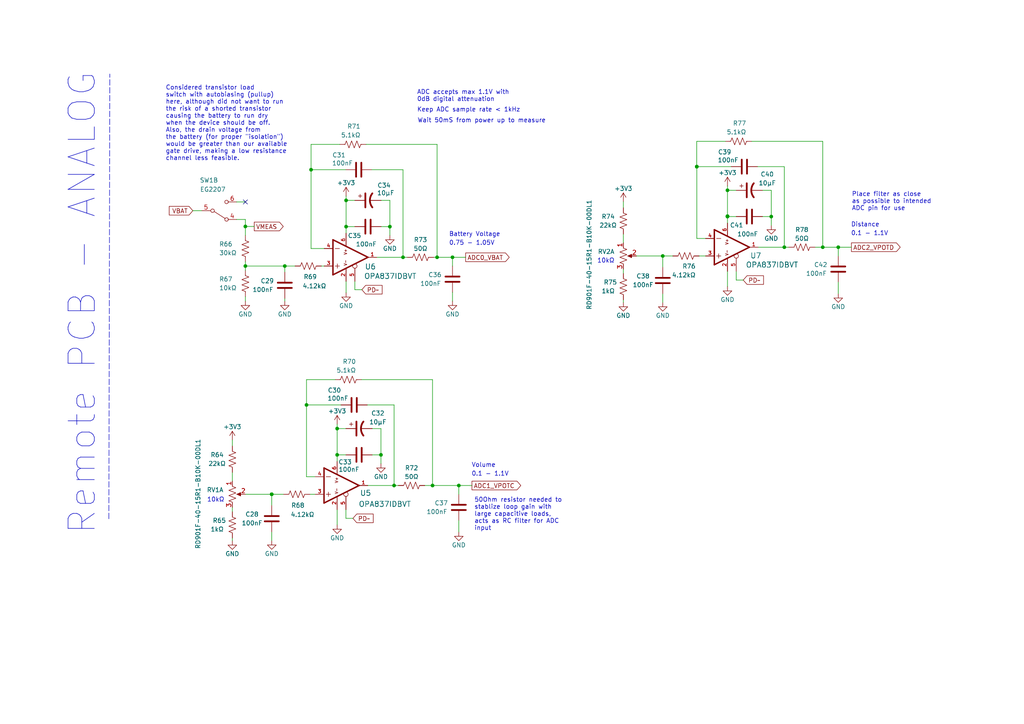
<source format=kicad_sch>
(kicad_sch (version 20211123) (generator eeschema)
  (paper "A4")
  (lib_symbols
    (symbol "Capstone Project:MFS201N−16−Z"
      (property "Reference" "U" (at -1.905 9.525 0))
      (property "Value" "MFS201N−16−Z" (at 0 7.62 0))
      (symbol "MFS201N−16−Z_1_0"
        (circle (center -3.175 0) (radius 0.508))
        (circle (center 0.889 -2.54) (radius 0.508))
      )
      (symbol "MFS201N−16−Z_1_1"
        (polyline (pts (xy -2.667 0.254) (xy 0.508 2.286)))
        (circle (center 0.889 2.54) (radius 0.508))
        (pin passive line (at 3.81 2.54 180) (length 2.54) (name "") (number "1"))
        (pin passive line (at -6.35 0 0) (length 2.54) (name "") (number "2"))
        (pin passive line (at 3.81 -2.54 180) (length 2.54) (name "") (number "3"))
      )
      (symbol "MFS201N−16−Z_2_0"
        (circle (center -3.175 0) (radius 0.508))
        (circle (center 0.889 -2.54) (radius 0.508))
      )
      (symbol "MFS201N−16−Z_2_1"
        (polyline (pts (xy -2.667 0.254) (xy 0.508 2.286)))
        (circle (center 0.889 2.54) (radius 0.508))
        (pin passive line (at 3.81 2.54 180) (length 2.54) (name "") (number "4"))
        (pin passive line (at -6.35 0 0) (length 2.54) (name "") (number "5"))
        (pin passive line (at 3.81 -2.54 180) (length 2.54) (name "") (number "6"))
      )
      (symbol "MFS201N−16−Z_3_1"
        (pin passive line (at -1.905 1.905 180) (length 2.54) (name "") (number "7"))
        (pin passive line (at -1.905 -0.635 180) (length 2.54) (name "") (number "8"))
      )
    )
    (symbol "Device:C" (pin_numbers hide) (pin_names (offset 0.254))
      (property "Reference" "C" (at 0.635 2.54 0))
      (property "Value" "C" (at 0.635 -2.54 0))
      (symbol "C_0_1"
        (polyline (pts (xy -2.032 -0.762) (xy 2.032 -0.762)) (stroke (width 0.508)))
        (polyline (pts (xy -2.032 0.762) (xy 2.032 0.762)) (stroke (width 0.508)))
      )
      (symbol "C_1_1"
        (pin passive line (at 0 3.81 270) (length 2.794) (name "~") (number "1"))
        (pin passive line (at 0 -3.81 90) (length 2.794) (name "~") (number "2"))
      )
    )
    (symbol "Device:C_Polarized_US" (pin_numbers hide) (pin_names (offset 0.254) hide)
      (property "Reference" "C" (at 0.635 2.54 0))
      (property "Value" "C_Polarized_US" (at 0.635 -2.54 0))
      (symbol "C_Polarized_US_0_1"
        (polyline (pts (xy -2.032 0.762) (xy 2.032 0.762)) (stroke (width 0.508)))
        (polyline (pts (xy -1.778 2.286) (xy -0.762 2.286)))
        (polyline (pts (xy -1.27 1.778) (xy -1.27 2.794)))
        (arc (start 2.032 -1.27) (mid 0 -0.5572) (end -2.032 -1.27) (stroke (width 0.508)))
      )
      (symbol "C_Polarized_US_1_1"
        (pin passive line (at 0 3.81 270) (length 2.794) (name "~") (number "1"))
        (pin passive line (at 0 -3.81 90) (length 3.302) (name "~") (number "2"))
      )
    )
    (symbol "Device:R_US" (pin_numbers hide) (pin_names (offset 0))
      (property "Reference" "R" (at 2.54 0 90))
      (property "Value" "R_US" (at -2.54 0 90))
      (symbol "R_US_0_1"
        (polyline (pts (xy 0 -2.286) (xy 0 -2.54)))
        (polyline (pts (xy 0 2.286) (xy 0 2.54)))
        (polyline (pts (xy 0 -0.762) (xy 1.016 -1.143) (xy 0 -1.524) (xy -1.016 -1.905) (xy 0 -2.286)))
        (polyline (pts (xy 0 0.762) (xy 1.016 0.381) (xy 0 0) (xy -1.016 -0.381) (xy 0 -0.762)))
        (polyline (pts (xy 0 2.286) (xy 1.016 1.905) (xy 0 1.524) (xy -1.016 1.143) (xy 0 0.762)))
      )
      (symbol "R_US_1_1"
        (pin passive line (at 0 3.81 270) (length 1.27) (name "~") (number "1"))
        (pin passive line (at 0 -3.81 90) (length 1.27) (name "~") (number "2"))
      )
    )
    (symbol "OPA837xDVT:OPA837IDBVT" (pin_names (offset 0.254))
      (property "Reference" "U" (at 28.575 -1.905 0))
      (property "Value" "OPA837IDBVT" (at 31.115 -4.445 0))
      (symbol "OPA837IDBVT_0_1"
        (pin unspecified line (at 22.225 -6.985 90) (length 3.81) (name "~") (number "5"))
      )
      (symbol "OPA837IDBVT_1_0"
        (polyline (pts (xy 15.875 -5.08) (xy 26.035 0)) (stroke (width 0.4064)) (fill (type background)))
        (polyline (pts (xy 15.875 5.08) (xy 15.875 -5.08)) (stroke (width 0.4064)) (fill (type background)))
        (polyline (pts (xy 16.51 -2.54) (xy 17.78 -2.54)) (stroke (width 0.1524)))
        (polyline (pts (xy 16.51 2.54) (xy 17.78 2.54)) (stroke (width 0.1524)))
        (polyline (pts (xy 17.145 -1.905) (xy 17.145 -3.175)) (stroke (width 0.1524)))
        (polyline (pts (xy 26.035 0) (xy 15.875 5.08)) (stroke (width 0.4064)) (fill (type background)))
        (text "V+" (at 19.05 0.635 900) (effects (font (size 0.8128 0.8128)) (justify left top)))
        (text "V-" (at 19.05 -2.54 900) (effects (font (size 0.8128 0.8128)) (justify left top)))
        (pin output line (at 28.575 0 180) (length 2.54) (name "~") (number "1"))
        (pin power_in line (at 19.685 -6.985 90) (length 3.81) (name "~") (number "2"))
        (pin input line (at 13.335 -2.54 0) (length 2.54) (name "~") (number "3"))
        (pin input line (at 13.335 2.54 0) (length 2.54) (name "~") (number "4"))
        (pin power_in line (at 19.685 6.985 270) (length 3.81) (name "~") (number "6"))
      )
      (symbol "OPA837IDBVT_1_1"
        (circle (center 22.225 -2.54) (radius 0.635))
      )
    )
    (symbol "R_Potentiometer_US_1" (pin_names (offset 1.016) hide)
      (property "Reference" "RV" (at -4.445 0 90))
      (property "Value" "R_Potentiometer_US_1" (at -2.54 0 90))
      (symbol "R_Potentiometer_US_1_1_1"
        (polyline (pts (xy 0 -2.286) (xy 0 -2.54)))
        (polyline (pts (xy 0 2.54) (xy 0 2.286)))
        (polyline (pts (xy 1.27 0) (xy 2.413 0.508) (xy 2.413 -0.508) (xy 1.27 0)) (fill (type outline)))
        (polyline (pts (xy 0 -0.762) (xy 1.016 -1.143) (xy 0 -1.524) (xy -1.016 -1.905) (xy 0 -2.286)))
        (polyline (pts (xy 0 0.762) (xy 1.016 0.381) (xy 0 0) (xy -1.016 -0.381) (xy 0 -0.762)))
        (polyline (pts (xy 0 2.286) (xy 1.016 1.905) (xy 0 1.524) (xy -1.016 1.143) (xy 0 0.762)))
        (pin passive line (at 0 3.81 270) (length 1.27) (name "1") (number "1"))
        (pin passive line (at 3.81 0 180) (length 1.27) (name "2") (number "2"))
        (pin passive line (at 0 -3.81 90) (length 1.27) (name "3") (number "3"))
      )
      (symbol "R_Potentiometer_US_1_2_1"
        (pin passive line (at 3.81 1.27 270) (length 2.54) (name "MH2") (number "MH1"))
        (pin passive line (at 1.27 1.27 270) (length 2.54) (name "MH1") (number "MH2"))
      )
    )
    (symbol "R_Potentiometer_US_2" (pin_names (offset 1.016) hide)
      (property "Reference" "RV" (at -4.445 0 90))
      (property "Value" "R_Potentiometer_US_2" (at -2.54 0 90))
      (symbol "R_Potentiometer_US_2_1_1"
        (polyline (pts (xy 0 -2.286) (xy 0 -2.54)))
        (polyline (pts (xy 0 2.54) (xy 0 2.286)))
        (polyline (pts (xy 1.27 0) (xy 2.413 0.508) (xy 2.413 -0.508) (xy 1.27 0)) (fill (type outline)))
        (polyline (pts (xy 0 -0.762) (xy 1.016 -1.143) (xy 0 -1.524) (xy -1.016 -1.905) (xy 0 -2.286)))
        (polyline (pts (xy 0 0.762) (xy 1.016 0.381) (xy 0 0) (xy -1.016 -0.381) (xy 0 -0.762)))
        (polyline (pts (xy 0 2.286) (xy 1.016 1.905) (xy 0 1.524) (xy -1.016 1.143) (xy 0 0.762)))
        (pin passive line (at 0 3.81 270) (length 1.27) (name "1") (number "1"))
        (pin passive line (at 3.81 0 180) (length 1.27) (name "2") (number "2"))
        (pin passive line (at 0 -3.81 90) (length 1.27) (name "3") (number "3"))
      )
      (symbol "R_Potentiometer_US_2_2_1"
        (pin passive line (at 3.81 1.27 270) (length 2.54) (name "MH2") (number "MH1"))
        (pin passive line (at 1.27 1.27 270) (length 2.54) (name "MH1") (number "MH2"))
      )
    )
    (symbol "power:+3V3" (power) (pin_names (offset 0))
      (property "Value" "+3V3" (at 0 3.556 0))
      (symbol "+3V3_0_1"
        (polyline (pts (xy -0.762 1.27) (xy 0 2.54)))
        (polyline (pts (xy 0 0) (xy 0 2.54)))
        (polyline (pts (xy 0 2.54) (xy 0.762 1.27)))
      )
      (symbol "+3V3_1_1"
        (pin power_in line (at 0 0 90) (length 0) hide (name "+3V3") (number "1"))
      )
    )
    (symbol "power:GND" (power) (pin_names (offset 0))
      (property "Value" "GND" (at 0 -3.81 0))
      (symbol "GND_0_1"
        (polyline (pts (xy 0 0) (xy 0 -1.27) (xy 1.27 -1.27) (xy 0 -2.54) (xy -1.27 -1.27) (xy 0 -1.27)))
      )
      (symbol "GND_1_1"
        (pin power_in line (at 0 0 270) (length 0) hide (name "GND") (number "1"))
      )
    )
  )
  (junction (at 202.1078 48.3362))
  (junction (at 100.3808 58.1152))
  (junction (at 133.0706 140.8176))
  (junction (at 210.9978 55.1942))
  (junction (at 238.633 71.7042))
  (junction (at 202.0824 48.3362))
  (junction (at 113.0808 65.7352))
  (junction (at 243.1288 71.7042))
  (junction (at 71.1708 65.6844))
  (junction (at 78.7908 143.3576))
  (junction (at 100.3808 65.7352))
  (junction (at 82.6008 77.1652))
  (junction (at 97.79 124.3076))
  (junction (at 110.49 131.9276))
  (junction (at 126.7714 74.6252))
  (junction (at 71.1708 77.1652))
  (junction (at 90.2208 49.2252))
  (junction (at 88.9 117.4496))
  (junction (at 114.3 140.8176))
  (junction (at 210.9978 62.8142))
  (junction (at 78.8162 143.3576))
  (junction (at 223.6978 62.8142))
  (junction (at 227.4824 71.7042))
  (junction (at 116.8908 74.6252))
  (junction (at 192.2272 74.2442))
  (junction (at 125.4506 140.8176))
  (junction (at 97.79 131.9276))
  (junction (at 210.9978 62.6872))
  (junction (at 131.2418 74.6252))
  (no_connect (at 71.1708 58.5724))
  (wire (pts (xy 219.8878 71.7042) (xy 227.4824 71.7042)))
  (wire (pts (xy 243.1288 71.7042) (xy 246.9388 71.7042)))
  (wire (pts (xy 213.5378 81.2292) (xy 215.5698 81.2292)))
  (wire (pts (xy 131.2418 74.6252) (xy 135.0518 74.6252)))
  (wire (pts (xy 202.0824 48.3362) (xy 202.1078 48.3362)))
  (wire (pts (xy 110.5408 65.7352) (xy 113.0808 65.7352)))
  (wire (pts (xy 71.1708 78.4352) (xy 71.1708 77.1652)))
  (wire (pts (xy 227.4824 48.3362) (xy 227.4824 71.7042)))
  (wire (pts (xy 202.1078 48.3362) (xy 212.09 48.3362)))
  (wire (pts (xy 67.3862 148.4376) (xy 67.3862 147.1676)))
  (wire (pts (xy 210.9978 62.8142) (xy 210.9978 64.7192)))
  (wire (pts (xy 221.1578 55.1942) (xy 223.6978 55.1942)))
  (wire (pts (xy 90.2208 49.2252) (xy 100.2284 49.2252)))
  (wire (pts (xy 202.0824 40.9956) (xy 202.0824 48.3362)))
  (wire (pts (xy 82.6008 87.3252) (xy 82.6008 86.5632)))
  (wire (pts (xy 236.3978 71.7042) (xy 238.633 71.7042)))
  (wire (pts (xy 100.33 124.3076) (xy 97.79 124.3076)))
  (wire (pts (xy 107.8484 49.2252) (xy 116.8908 49.2252)))
  (wire (pts (xy 67.3862 127.6096) (xy 67.3862 129.3876)))
  (wire (pts (xy 213.5378 62.8142) (xy 210.9978 62.8142)))
  (wire (pts (xy 67.3862 156.0576) (xy 67.3862 156.8196)))
  (wire (pts (xy 102.9208 65.7352) (xy 100.3808 65.7352)))
  (wire (pts (xy 97.79 147.8026) (xy 97.79 152.2222)))
  (wire (pts (xy 125.7808 74.6252) (xy 126.7714 74.6252)))
  (wire (pts (xy 223.6978 62.8142) (xy 223.6978 65.3542)))
  (wire (pts (xy 113.0808 65.7352) (xy 113.0808 68.2752)))
  (wire (pts (xy 227.4824 71.7042) (xy 228.7778 71.7042)))
  (wire (pts (xy 110.5408 58.1152) (xy 113.0808 58.1152)))
  (wire (pts (xy 100.3808 58.1152) (xy 100.3808 65.7352)))
  (wire (pts (xy 71.1962 143.3576) (xy 78.7908 143.3576)))
  (wire (pts (xy 78.7908 143.3576) (xy 78.8162 143.3576)))
  (wire (pts (xy 192.2272 74.2442) (xy 195.1482 74.2442)))
  (wire (pts (xy 71.1708 77.1652) (xy 82.6008 77.1652)))
  (wire (pts (xy 97.79 133.8326) (xy 97.79 131.9276)))
  (wire (pts (xy 88.9 138.2776) (xy 88.9 117.4496)))
  (wire (pts (xy 210.9978 55.1942) (xy 210.9978 62.6872)))
  (wire (pts (xy 238.633 40.9956) (xy 238.633 71.7042)))
  (wire (pts (xy 100.33 131.9276) (xy 97.79 131.9276)))
  (wire (pts (xy 180.7972 86.9442) (xy 180.7972 87.7062)))
  (polyline (pts (xy 31.5722 150.4696) (xy 31.8516 21.463)))
  (wire (pts (xy 78.8162 143.3576) (xy 82.2706 143.3576)))
  (wire (pts (xy 114.3 140.8176) (xy 106.68 140.8176)))
  (wire (pts (xy 210.9978 78.6892) (xy 210.9978 83.1088)))
  (wire (pts (xy 100.33 150.3426) (xy 100.33 147.8026)))
  (wire (pts (xy 218.0336 40.9956) (xy 238.633 40.9956)))
  (wire (pts (xy 133.0706 154.2796) (xy 133.0706 150.9776)))
  (wire (pts (xy 123.19 140.8176) (xy 125.4506 140.8176)))
  (wire (pts (xy 210.9978 62.6872) (xy 210.9978 62.8142)))
  (wire (pts (xy 106.172 41.8846) (xy 126.7714 41.8846)))
  (wire (pts (xy 97.79 124.3076) (xy 97.79 131.9276)))
  (wire (pts (xy 243.1288 85.1662) (xy 243.1288 81.8642)))
  (wire (pts (xy 100.3808 65.7352) (xy 100.3808 67.6402)))
  (wire (pts (xy 90.2208 41.8846) (xy 90.2208 49.2252)))
  (wire (pts (xy 82.6008 78.9432) (xy 82.6008 77.1652)))
  (wire (pts (xy 126.7714 41.8846) (xy 126.7714 74.6252)))
  (wire (pts (xy 110.49 124.3076) (xy 110.49 131.9276)))
  (wire (pts (xy 192.2272 85.1662) (xy 192.2272 87.7062)))
  (wire (pts (xy 73.7362 65.6844) (xy 71.1708 65.6844)))
  (wire (pts (xy 202.7682 74.2442) (xy 204.6478 74.2442)))
  (wire (pts (xy 125.4506 140.8176) (xy 133.0706 140.8176)))
  (wire (pts (xy 102.9208 81.6102) (xy 102.9208 84.0232)))
  (wire (pts (xy 100.3808 56.8452) (xy 100.3808 58.1152)))
  (wire (pts (xy 210.4136 40.9956) (xy 202.0824 40.9956)))
  (wire (pts (xy 71.1708 86.0552) (xy 71.1708 87.3252)))
  (wire (pts (xy 107.95 131.9276) (xy 110.49 131.9276)))
  (wire (pts (xy 110.49 131.9276) (xy 110.49 134.4676)))
  (wire (pts (xy 68.6308 63.6524) (xy 71.1708 63.6524)))
  (wire (pts (xy 180.7972 79.3242) (xy 180.7972 78.0542)))
  (wire (pts (xy 71.1708 65.6844) (xy 71.1708 68.2752)))
  (wire (pts (xy 93.218 77.1652) (xy 94.0308 77.1652)))
  (wire (pts (xy 243.1288 71.7042) (xy 243.1288 74.2442)))
  (wire (pts (xy 91.44 138.2776) (xy 88.9 138.2776)))
  (wire (pts (xy 133.0706 140.8176) (xy 133.0706 143.3576)))
  (wire (pts (xy 126.7714 74.6252) (xy 131.2418 74.6252)))
  (wire (pts (xy 55.9308 61.1124) (xy 58.4708 61.1124)))
  (wire (pts (xy 180.7972 58.4962) (xy 180.7972 60.2742)))
  (wire (pts (xy 221.1578 62.8142) (xy 223.6978 62.8142)))
  (wire (pts (xy 133.0706 140.8176) (xy 136.8806 140.8176)))
  (wire (pts (xy 67.3862 137.0076) (xy 67.3862 139.5476)))
  (wire (pts (xy 109.2708 74.6252) (xy 116.8908 74.6252)))
  (wire (pts (xy 204.6478 69.1642) (xy 202.1078 69.1642)))
  (wire (pts (xy 131.2418 87.3252) (xy 131.2418 84.7852)))
  (wire (pts (xy 210.9978 53.9242) (xy 210.9978 55.1942)))
  (wire (pts (xy 106.5276 117.4496) (xy 114.3 117.4496)))
  (wire (pts (xy 98.552 41.8846) (xy 90.2208 41.8846)))
  (wire (pts (xy 89.8906 143.3576) (xy 91.44 143.3576)))
  (wire (pts (xy 213.5378 55.1942) (xy 210.9978 55.1942)))
  (wire (pts (xy 94.0308 72.0852) (xy 90.2208 72.0852)))
  (wire (pts (xy 192.2272 74.2442) (xy 192.2272 77.5462)))
  (wire (pts (xy 100.3808 81.6102) (xy 100.3808 84.8868)))
  (wire (pts (xy 223.6978 55.1942) (xy 223.6978 62.8142)))
  (wire (pts (xy 102.9208 58.1152) (xy 100.3808 58.1152)))
  (wire (pts (xy 102.9208 84.0232) (xy 104.9528 84.0232)))
  (wire (pts (xy 116.8908 49.2252) (xy 116.8908 74.6252)))
  (wire (pts (xy 82.6008 77.1652) (xy 85.598 77.1652)))
  (wire (pts (xy 180.7972 67.8942) (xy 180.7972 70.4342)))
  (wire (pts (xy 88.9 110.109) (xy 88.9 117.4496)))
  (wire (pts (xy 97.79 123.0376) (xy 97.79 124.3076)))
  (wire (pts (xy 104.8512 110.109) (xy 125.4506 110.109)))
  (wire (pts (xy 88.9 117.4496) (xy 98.9076 117.4496)))
  (wire (pts (xy 78.8162 154.2542) (xy 78.8162 156.7942)))
  (wire (pts (xy 107.95 124.3076) (xy 110.49 124.3076)))
  (wire (pts (xy 90.2208 49.2252) (xy 90.2208 72.0852)))
  (wire (pts (xy 118.1608 74.6252) (xy 116.8908 74.6252)))
  (wire (pts (xy 71.1708 63.6524) (xy 71.1708 65.6844)))
  (wire (pts (xy 71.1708 58.5724) (xy 68.6308 58.5724)))
  (wire (pts (xy 184.6072 74.2442) (xy 192.2272 74.2442)))
  (wire (pts (xy 114.3 117.4496) (xy 114.3 140.8176)))
  (wire (pts (xy 238.633 71.7042) (xy 243.1288 71.7042)))
  (wire (pts (xy 115.57 140.8176) (xy 114.3 140.8176)))
  (wire (pts (xy 102.362 150.3426) (xy 100.33 150.3426)))
  (wire (pts (xy 131.2418 74.6252) (xy 131.2418 77.1652)))
  (wire (pts (xy 113.0808 58.1152) (xy 113.0808 65.7352)))
  (wire (pts (xy 97.2312 110.109) (xy 88.9 110.109)))
  (wire (pts (xy 78.8162 143.3576) (xy 78.8162 146.6342)))
  (wire (pts (xy 71.1708 75.8952) (xy 71.1708 77.1652)))
  (wire (pts (xy 213.5378 81.2292) (xy 213.5378 78.6892)))
  (wire (pts (xy 125.4506 110.109) (xy 125.4506 140.8176)))
  (wire (pts (xy 219.71 48.3362) (xy 227.4824 48.3362)))
  (wire (pts (xy 202.1078 69.1642) (xy 202.1078 48.3362)))
  (text "Wait 50mS from power up to measure\n" (at 121.0564 35.7886 0) (effects (font (size 1.27 1.27)) (justify left bottom)))
  (text "Distance" (at 246.8118 65.9892 0) (effects (font (size 1.27 1.27)) (justify left bottom)))
  (text "Remote PCB - ANALOG" (at 28.2956 155.4226 90) (effects (font (size 7.62 7.62)) (justify left bottom)))
  (text "Place filter as close\nas possible to intended \nADC pin for use" (at 247.0404 61.2648 0) (effects (font (size 1.27 1.27)) (justify left bottom)))
  (text "0.75 - 1.05V" (at 130.2258 71.3232 0) (effects (font (size 1.27 1.27)) (justify left bottom)))
  (text "Keep ADC sample rate < 1kHz" (at 120.9548 32.6644 0) (effects (font (size 1.27 1.27)) (justify left bottom)))
  (text "ADC accepts max 1.1V with\n0dB digital attenuation" (at 120.9294 29.6164 0) (effects (font (size 1.27 1.27)) (justify left bottom)))
  (text "Volume" (at 136.7536 135.7376 0) (effects (font (size 1.27 1.27)) (justify left bottom)))
  (text "50Ohm resistor needed to \nstablize loop gain with\nlarge capacitive loads,\nacts as RC filter for ADC\ninput" (at 137.5664 154.0256 0) (effects (font (size 1.27 1.27)) (justify left bottom)))
  (text "10kΩ" (at 173.1772 76.4794 0) (effects (font (size 1.27 1.27)) (justify left bottom)))
  (text "Battery Voltage" (at 130.2258 68.7832 0) (effects (font (size 1.27 1.27)) (justify left bottom)))
  (text "0.1 - 1.1V" (at 136.7536 138.2776 0) (effects (font (size 1.27 1.27)) (justify left bottom)))
  (text "0.1 - 1.1V" (at 246.8118 68.5292 0) (effects (font (size 1.27 1.27)) (justify left bottom)))
  (text "Considered transistor load\nswitch with autobiasing (pullup)\nhere, although did not want to run\nthe risk of a shorted transistor\ncausing the battery to run dry\nwhen the device should be off. \nAlso, the drain voltage from\nthe battery (for proper \"isolation\")\nwould be greater than our available\ngate drive, making a low resistance\nchannel less feasible." (at 48.0314 46.736 0) (effects (font (size 1.27 1.27)) (justify left bottom)))
  (text "10kΩ" (at 60.0202 145.796 0) (effects (font (size 1.27 1.27)) (justify left bottom)))
  (global_label "PD~" (shape input) (at 102.362 150.3426 0) (property "Intersheet References" "${INTERSHEET_REFS}" (effects hide)))
  (global_label "ADC2_VPOTD" (shape output) (at 246.9388 71.7042 0) (property "Intersheet References" "${INTERSHEET_REFS}" (effects hide)))
  (global_label "PD~" (shape input) (at 215.5698 81.2292 0) (property "Intersheet References" "${INTERSHEET_REFS}" (effects hide)))
  (global_label "VBAT" (shape input) (at 55.9308 61.1124 180) (property "Intersheet References" "${INTERSHEET_REFS}" (effects hide)))
  (global_label "VMEAS" (shape output) (at 73.7362 65.6844 0) (property "Intersheet References" "${INTERSHEET_REFS}" (effects hide)))
  (global_label "ADC1_VPOTC" (shape output) (at 136.8806 140.8176 0) (property "Intersheet References" "${INTERSHEET_REFS}" (effects hide)))
  (global_label "PD~" (shape input) (at 104.9528 84.0232 0) (property "Intersheet References" "${INTERSHEET_REFS}" (effects hide)))
  (global_label "ADC0_VBAT" (shape output) (at 135.0518 74.6252 0) (property "Intersheet References" "${INTERSHEET_REFS}" (effects hide)))
  (symbol (lib_id "power:GND") (at 78.8162 156.7942 0) (unit 1)
    (property "Reference" "#PWR092" (effects hide))
    (property "Value" "GND" (at 78.8162 160.6042 0))
  )
  (symbol (lib_id "power:GND") (at 243.1288 85.1662 0) (unit 1)
    (property "Reference" "#PWR0108" (effects hide))
    (property "Value" "GND" (at 243.1288 88.9762 0))
  )
  (symbol (lib_id "Device:C_Polarized_US") (at 106.7308 58.1152 90) (mirror x) (unit 1)
    (property "Reference" "C34" (at 111.4044 53.7718 90))
    (property "Value" "10µF" (at 111.8616 55.9562 90))
    (property "Footprint" "Custom:C_TANT_1608-10" (effects hide))
  )
  (symbol (lib_id "power:GND") (at 82.6008 87.3252 0) (unit 1)
    (property "Reference" "#PWR093" (effects hide))
    (property "Value" "GND" (at 82.6008 91.1352 0))
  )
  (symbol (lib_id "OPA837xDVT:OPA837IDBVT") (at 80.6958 74.6252 0) (unit 1) (in_bom no)
    (property "Reference" "U6" (at 107.442 77.343 0) (effects (font (size 1.524 1.524))))
    (property "Value" "OPA837IDBVT" (at 113.2078 80.0862 0) (effects (font (size 1.524 1.524))))
    (property "Footprint" "Custom:IC_SOT23-6" (effects hide))
    (property "Datasheet" "https://www.ti.com/lit/ds/symlink/opa837.pdf?ts=1709669876523&ref_url=https%253A%252F%252Fwww.google.com%252F" (effects hide))
  )
  (symbol (lib_id "Device:R_US") (at 67.3862 133.1976 0) (unit 1)
    (property "Reference" "R64" (at 61.0362 131.9276 0) (effects (justify left)))
    (property "Value" "22kΩ" (at 60.4012 134.4676 0) (effects (justify left)))
    (property "Footprint" "Resistor_SMD:R_0603_1608Metric" (effects hide))
  )
  (symbol (lib_id "Device:C") (at 243.1288 78.0542 180) (unit 1)
    (property "Reference" "C42" (at 238.0488 76.7842 0))
    (property "Value" "100nF" (at 236.7788 79.3242 0))
    (property "Footprint" "Capacitor_SMD:C_0603_1608Metric" (effects hide))
  )
  (symbol (lib_id "Device:R_US") (at 232.5878 71.7042 90) (unit 1)
    (property "Reference" "R78" (at 232.5878 66.6242 90))
    (property "Value" "50Ω" (at 232.5878 69.1642 90))
    (property "Footprint" "Resistor_SMD:R_0603_1608Metric" (effects hide))
  )
  (symbol (lib_id "Device:C_Polarized_US") (at 104.14 124.3076 90) (mirror x) (unit 1)
    (property "Reference" "C32" (at 109.601 119.8626 90))
    (property "Value" "10µF" (at 109.601 122.4026 90))
    (property "Footprint" "Custom:C_TANT_1608-10" (effects hide))
  )
  (symbol (lib_id "power:GND") (at 67.3862 156.8196 0) (unit 1)
    (property "Reference" "#PWR090" (effects hide))
    (property "Value" "GND" (at 67.3862 160.6296 0))
  )
  (symbol (lib_id "Device:R_US") (at 67.3862 152.2476 0) (unit 1)
    (property "Reference" "R65" (at 61.6712 150.9776 0) (effects (justify left)))
    (property "Value" "1kΩ" (at 61.0362 153.5176 0) (effects (justify left)))
    (property "Footprint" "Resistor_SMD:R_0603_1608Metric" (effects hide))
  )
  (symbol (lib_id "Device:R_US") (at 119.38 140.8176 90) (unit 1)
    (property "Reference" "R72" (at 119.38 135.7376 90))
    (property "Value" "50Ω" (at 119.38 138.2776 90))
    (property "Footprint" "Resistor_SMD:R_0603_1608Metric" (effects hide))
  )
  (symbol (lib_id "OPA837xDVT:OPA837IDBVT") (at 78.105 140.8176 0) (unit 1) (in_bom no)
    (property "Reference" "U5" (at 106.045 143.002 0) (effects (font (size 1.524 1.524))))
    (property "Value" "OPA837IDBVT" (at 111.633 146.2024 0) (effects (font (size 1.524 1.524))))
    (property "Footprint" "Custom:IC_SOT23-6" (effects hide))
    (property "Datasheet" "https://www.ti.com/lit/ds/symlink/opa837.pdf?ts=1709669876523&ref_url=https%253A%252F%252Fwww.google.com%252F" (effects hide))
  )
  (symbol (lib_id "Device:C") (at 106.7308 65.7352 90) (unit 1)
    (property "Reference" "C35" (at 104.8004 68.3514 90) (effects (justify left)))
    (property "Value" "100nF" (at 109.2708 70.8152 90) (effects (justify left)))
    (property "Footprint" "Capacitor_SMD:C_0603_1608Metric" (effects hide))
  )
  (symbol (lib_id "Device:C") (at 131.2418 80.9752 180) (unit 1)
    (property "Reference" "C36" (at 126.1618 79.7052 0))
    (property "Value" "100nF" (at 124.8918 82.2452 0))
    (property "Footprint" "Capacitor_SMD:C_0603_1608Metric" (effects hide))
  )
  (symbol (lib_id "power:+3V3") (at 100.3808 56.8452 0) (unit 1)
    (property "Reference" "#PWR096" (effects hide))
    (property "Value" "+3V3" (at 100.3808 53.0352 0))
  )
  (symbol (lib_id "Device:C") (at 82.6008 82.7532 180) (unit 1)
    (property "Reference" "C29" (at 77.5208 81.4832 0))
    (property "Value" "100nF" (at 76.2508 84.0232 0))
    (property "Footprint" "Capacitor_SMD:C_0603_1608Metric" (effects hide))
  )
  (symbol (lib_id "Device:R_US") (at 89.408 77.1652 90) (unit 1)
    (property "Reference" "R69" (at 91.948 80.2894 90) (effects (justify left)))
    (property "Value" "4.12kΩ" (at 94.6658 82.9564 90) (effects (justify left)))
    (property "Footprint" "Resistor_SMD:R_0603_1608Metric" (effects hide))
  )
  (symbol (lib_id "power:GND") (at 210.9978 83.1088 0) (unit 1)
    (property "Reference" "#PWR0106" (effects hide))
    (property "Value" "GND" (at 210.9978 86.9188 0))
  )
  (symbol (lib_id "power:GND") (at 71.1708 87.3252 0) (unit 1)
    (property "Reference" "#PWR091" (effects hide))
    (property "Value" "GND" (at 71.1708 91.1352 0))
  )
  (symbol (lib_id "Device:C") (at 192.2272 81.3562 180) (unit 1)
    (property "Reference" "C38" (at 186.5122 80.0862 0))
    (property "Value" "100nF" (at 186.5122 82.6262 0))
    (property "Footprint" "Capacitor_SMD:C_0603_1608Metric" (effects hide))
  )
  (symbol (lib_id "Device:C") (at 102.7176 117.4496 90) (unit 1)
    (property "Reference" "C30" (at 98.9584 113.2078 90) (effects (justify left)))
    (property "Value" "100nF" (at 101.0412 115.5446 90) (effects (justify left)))
    (property "Footprint" "Capacitor_SMD:C_0603_1608Metric" (effects hide))
  )
  (symbol (lib_id "Device:R_US") (at 214.2236 40.9956 90) (unit 1)
    (property "Reference" "R77" (at 216.4588 35.7632 90) (effects (justify left)))
    (property "Value" "5.1kΩ" (at 216.4588 38.3032 90) (effects (justify left)))
    (property "Footprint" "Resistor_SMD:R_0603_1608Metric" (effects hide))
  )
  (symbol (lib_name "R_Potentiometer_US_1") (lib_id "CUSTOMPOTSYM_WITHCHASSISMOUNTS:R_Potentiometer_US") (at 67.3862 143.3576 0) (unit 1) (in_bom no)
    (property "Reference" "RV1" (at 64.8462 142.0875 0) (effects (justify right)))
    (property "Value" "RD901F-40-15R1-B10K-00DL1" (at 57.4294 127.2794 90) (effects (justify right)))
    (property "Footprint" "Symbols, Footprints:Potentiometer_Alps_RK09L_Single_Vertical" (effects hide))
    (property "Datasheet" "https://www.mouser.com/datasheet/2/13/alpha_taiwan_08192019_RD901F-40-15R1-B(resistance_-1627810.pdf" (effects hide))
    (property "Field4" "RD901F-40-15R1-B10K-00DL1" (effects hide))
  )
  (symbol (lib_id "OPA837xDVT:OPA837IDBVT") (at 191.3128 71.7042 0) (unit 1) (in_bom no)
    (property "Reference" "U7" (at 219.202 74.1426 0) (effects (font (size 1.524 1.524))))
    (property "Value" "OPA837IDBVT" (at 223.9264 76.8096 0) (effects (font (size 1.524 1.524))))
    (property "Footprint" "Custom:IC_SOT23-6" (effects hide))
    (property "Datasheet" "https://www.ti.com/lit/ds/symlink/opa837.pdf?ts=1709669876523&ref_url=https%253A%252F%252Fwww.google.com%252F" (effects hide))
  )
  (symbol (lib_id "power:GND") (at 131.2418 87.3252 0) (unit 1)
    (property "Reference" "#PWR0100" (effects hide))
    (property "Value" "GND" (at 131.2418 91.1352 0))
  )
  (symbol (lib_name "R_Potentiometer_US_2") (lib_id "CUSTOMPOTSYM_WITHCHASSISMOUNTS:R_Potentiometer_US") (at 180.7972 74.2442 0) (unit 1) (in_bom no)
    (property "Reference" "RV2" (at 178.2572 72.9741 0) (effects (justify right)))
    (property "Value" "RD901F-40-15R1-B10K-00DL1" (at 170.8912 57.8866 90) (effects (justify right)))
    (property "Footprint" "Symbols, Footprints:Potentiometer_Alps_RK09L_Single_Vertical" (effects hide))
    (property "Datasheet" "https://www.mouser.com/datasheet/2/13/alpha_taiwan_08192019_RD901F-40-15R1-B(resistance_-1627810.pdf" (effects hide))
  )
  (symbol (lib_id "Device:R_US") (at 102.362 41.8846 90) (unit 1)
    (property "Reference" "R71" (at 104.5972 36.6522 90) (effects (justify left)))
    (property "Value" "5.1kΩ" (at 104.5972 39.1922 90) (effects (justify left)))
    (property "Footprint" "Resistor_SMD:R_0603_1608Metric" (effects hide))
  )
  (symbol (lib_id "Device:C") (at 133.0706 147.1676 180) (unit 1)
    (property "Reference" "C37" (at 127.9906 145.8976 0))
    (property "Value" "100nF" (at 126.7206 148.4376 0))
    (property "Footprint" "Capacitor_SMD:C_0603_1608Metric" (effects hide))
  )
  (symbol (lib_id "Device:C_Polarized_US") (at 217.3478 55.1942 90) (mirror x) (unit 1)
    (property "Reference" "C40" (at 222.5294 50.546 90))
    (property "Value" "10µF" (at 222.5294 53.086 90))
    (property "Footprint" "Custom:C_TANT_1608-10" (effects hide))
  )
  (symbol (lib_id "Device:R_US") (at 121.9708 74.6252 90) (unit 1)
    (property "Reference" "R73" (at 121.9708 69.5452 90))
    (property "Value" "50Ω" (at 121.9708 72.0852 90))
    (property "Footprint" "Resistor_SMD:R_0603_1608Metric" (effects hide))
  )
  (symbol (lib_id "power:GND") (at 97.79 152.2222 0) (unit 1)
    (property "Reference" "#PWR095" (effects hide))
    (property "Value" "GND" (at 97.79 156.0322 0))
  )
  (symbol (lib_id "Device:C") (at 215.9 48.3362 90) (unit 1)
    (property "Reference" "C39" (at 212.1408 44.0944 90) (effects (justify left)))
    (property "Value" "100nF" (at 214.2236 46.4312 90) (effects (justify left)))
    (property "Footprint" "Capacitor_SMD:C_0603_1608Metric" (effects hide))
  )
  (symbol (lib_id "Device:C") (at 104.0384 49.2252 90) (unit 1)
    (property "Reference" "C31" (at 100.2792 44.9834 90) (effects (justify left)))
    (property "Value" "100nF" (at 102.362 47.3202 90) (effects (justify left)))
    (property "Footprint" "Capacitor_SMD:C_0603_1608Metric" (effects hide))
  )
  (symbol (lib_id "power:+3V3") (at 210.9978 53.9242 0) (unit 1)
    (property "Reference" "#PWR0105" (effects hide))
    (property "Value" "+3.3V" (at 210.9978 50.1142 0))
  )
  (symbol (lib_id "Device:C") (at 104.14 131.9276 90) (unit 1)
    (property "Reference" "C33" (at 102.0572 134.0104 90) (effects (justify left)))
    (property "Value" "100nF" (at 104.2416 136.1694 90) (effects (justify left)))
    (property "Footprint" "Capacitor_SMD:C_0603_1608Metric" (effects hide))
  )
  (symbol (lib_id "Device:R_US") (at 71.1708 72.0852 0) (unit 1)
    (property "Reference" "R66" (at 63.5508 70.8152 0) (effects (justify left)))
    (property "Value" "30kΩ" (at 63.5508 73.3552 0) (effects (justify left)))
    (property "Footprint" "Resistor_SMD:R_0603_1608Metric" (effects hide))
  )
  (symbol (lib_id "power:GND") (at 110.49 134.4676 0) (unit 1)
    (property "Reference" "#PWR098" (effects hide))
    (property "Value" "GND" (at 110.49 138.2776 0))
  )
  (symbol (lib_id "power:GND") (at 113.0808 68.2752 0) (unit 1)
    (property "Reference" "#PWR099" (effects hide))
    (property "Value" "GND" (at 113.0808 72.0852 0))
  )
  (symbol (lib_id "power:+3V3") (at 180.7972 58.4962 0) (unit 1)
    (property "Reference" "#PWR0102" (effects hide))
    (property "Value" "+3.3V" (at 180.7972 54.6862 0))
  )
  (symbol (lib_id "power:GND") (at 100.3808 84.8868 0) (unit 1)
    (property "Reference" "#PWR097" (effects hide))
    (property "Value" "GND" (at 100.3808 88.6968 0))
  )
  (symbol (lib_id "power:GND") (at 192.2272 87.7062 0) (unit 1)
    (property "Reference" "#PWR0104" (effects hide))
    (property "Value" "GND" (at 192.2272 91.5162 0))
  )
  (symbol (lib_id "Device:R_US") (at 198.9582 74.2442 90) (unit 1)
    (property "Reference" "R76" (at 201.803 77.2414 90) (effects (justify left)))
    (property "Value" "4.12kΩ" (at 201.803 79.7814 90) (effects (justify left)))
    (property "Footprint" "Resistor_SMD:R_0603_1608Metric" (effects hide))
  )
  (symbol (lib_id "Device:R_US") (at 180.7972 64.0842 0) (unit 1)
    (property "Reference" "R74" (at 174.4472 62.8142 0) (effects (justify left)))
    (property "Value" "22kΩ" (at 173.8122 65.3542 0) (effects (justify left)))
    (property "Footprint" "Resistor_SMD:R_0603_1608Metric" (effects hide))
  )
  (symbol (lib_id "Device:R_US") (at 86.0806 143.3576 90) (unit 1)
    (property "Reference" "R68" (at 88.3666 146.5834 90) (effects (justify left)))
    (property "Value" "4.12kΩ" (at 91.2114 149.2504 90) (effects (justify left)))
    (property "Footprint" "Resistor_SMD:R_0603_1608Metric" (effects hide))
  )
  (symbol (lib_id "power:+3V3") (at 97.79 123.0376 0) (unit 1)
    (property "Reference" "#PWR094" (effects hide))
    (property "Value" "+3.3V" (at 97.79 119.2276 0))
  )
  (symbol (lib_id "power:GND") (at 133.0706 154.2796 0) (unit 1)
    (property "Reference" "#PWR0101" (effects hide))
    (property "Value" "GND" (at 133.0706 158.0896 0))
  )
  (symbol (lib_id "Device:R_US") (at 71.1708 82.2452 0) (unit 1)
    (property "Reference" "R67" (at 63.5508 80.9752 0) (effects (justify left)))
    (property "Value" "10kΩ" (at 63.5508 83.5152 0) (effects (justify left)))
    (property "Footprint" "Resistor_SMD:R_0603_1608Metric" (effects hide))
  )
  (symbol (lib_id "Device:R_US") (at 101.0412 110.109 90) (unit 1)
    (property "Reference" "R70" (at 103.2764 104.8766 90) (effects (justify left)))
    (property "Value" "5.1kΩ" (at 103.2764 107.4166 90) (effects (justify left)))
    (property "Footprint" "Resistor_SMD:R_0603_1608Metric" (effects hide))
  )
  (symbol (lib_id "Capstone Project:MFS201N−16−Z") (at 64.8208 61.1124 0) (mirror x) (unit 2) (in_bom no)
    (property "Reference" "SW1" (at 60.6044 52.2732 0))
    (property "Value" "EG2207" (at 61.7474 54.9402 0))
    (property "Footprint" "EG2207:SW_EG2207" (effects hide))
    (property "Datasheet" "https://sten-eswitch-13110800-production.s3.amazonaws.com/system/asset/product_line/data_sheet/119/EG.pdf" (effects hide))
  )
  (symbol (lib_id "Device:R_US") (at 180.7972 83.1342 0) (unit 1)
    (property "Reference" "R75" (at 175.0822 81.8642 0) (effects (justify left)))
    (property "Value" "1kΩ" (at 174.4472 84.4042 0) (effects (justify left)))
    (property "Footprint" "Resistor_SMD:R_0603_1608Metric" (effects hide))
  )
  (symbol (lib_id "power:GND") (at 223.6978 65.3542 0) (unit 1)
    (property "Reference" "#PWR0107" (effects hide))
    (property "Value" "GND" (at 223.6978 69.1642 0))
  )
  (symbol (lib_id "Device:C") (at 217.3478 62.8142 90) (unit 1)
    (property "Reference" "C41" (at 215.6206 65.3288 90) (effects (justify left)))
    (property "Value" "100nF" (at 219.8878 67.8942 90) (effects (justify left)))
    (property "Footprint" "Capacitor_SMD:C_0603_1608Metric" (effects hide))
  )
  (symbol (lib_id "power:+3V3") (at 67.3862 127.6096 0) (unit 1)
    (property "Reference" "#PWR089" (effects hide))
    (property "Value" "+3.3V" (at 67.3862 123.7996 0))
  )
  (symbol (lib_id "Device:C") (at 78.8162 150.4442 180) (unit 1)
    (property "Reference" "C28" (at 73.1012 149.1742 0))
    (property "Value" "100nF" (at 73.1012 151.7142 0))
    (property "Footprint" "Capacitor_SMD:C_0603_1608Metric" (effects hide))
  )
  (symbol (lib_id "power:GND") (at 180.7972 87.7062 0) (unit 1)
    (property "Reference" "#PWR0103" (effects hide))
    (property "Value" "GND" (at 180.7972 91.5162 0))
  )
)
</source>
